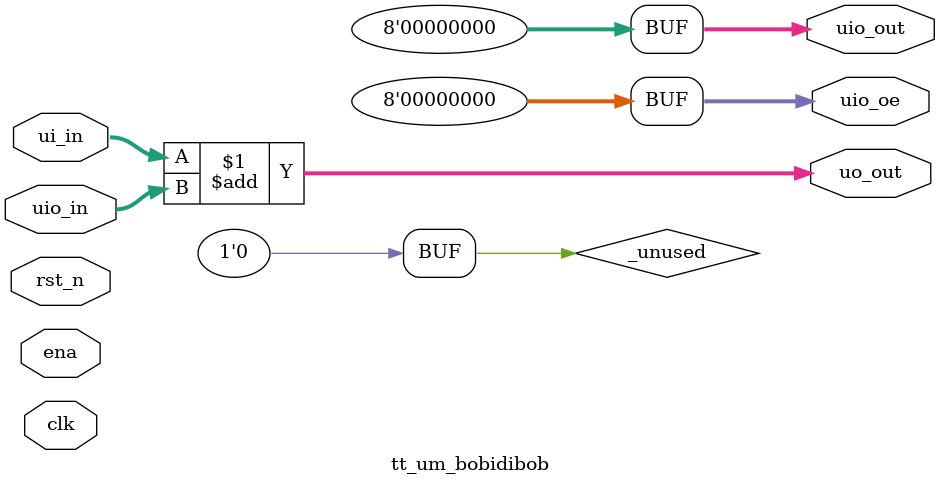
<source format=v>
/*
 * Copyright (c) 2024 Your Name
 * SPDX-License-Identifier: Apache-2.0
 */

`default_nettype none

module tt_um_bobidibob (
    input  wire [7:0] ui_in,    // Dedicated inputs
    output wire [7:0] uo_out,   // Dedicated outputs
    input  wire [7:0] uio_in,   // IOs: Input path
    output wire [7:0] uio_out,  // IOs: Output path
    output wire [7:0] uio_oe,   // IOs: Enable path (active high: 0=input, 1=output)
    input  wire       ena,      // always 1 when the design is powered, so you can ignore it
    input  wire       clk,      // clock
    input  wire       rst_n     // reset_n - low to reset
);

  // All output pins must be assigned. If not used, assign to 0.
  assign uo_out  = ui_in + uio_in;  // Example: ou_out is the sum of ui_in and uio_in
  assign uio_out = 0;
  assign uio_oe  = 0;

  // List all unused inputs to prevent warnings
  wire _unused = &{ena, clk, rst_n, 1'b0};

endmodule

</source>
